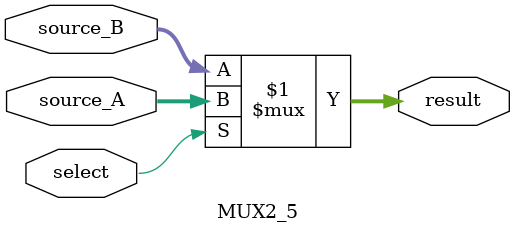
<source format=v>
`timescale 1ns / 1ps

module MUX2_5(
    input select,
    input [4:0] source_A,
    input [4:0] source_B,
    output [4:0] result
    );

    assign result = select? source_A: source_B;
    
endmodule
</source>
